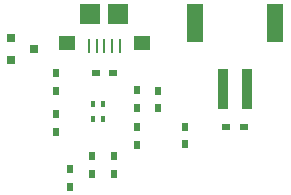
<source format=gtp>
%TF.GenerationSoftware,KiCad,Pcbnew,4.0.5-e0-6337~49~ubuntu16.04.1*%
%TF.CreationDate,2017-08-14T13:55:07-07:00*%
%TF.ProjectId,stns01-battery-mgmt-breakout,73746E7330312D626174746572792D6D,1.0*%
%TF.FileFunction,Paste,Top*%
%FSLAX46Y46*%
G04 Gerber Fmt 4.6, Leading zero omitted, Abs format (unit mm)*
G04 Created by KiCad (PCBNEW 4.0.5-e0-6337~49~ubuntu16.04.1) date Mon Aug 14 13:55:07 2017*
%MOMM*%
%LPD*%
G01*
G04 APERTURE LIST*
%ADD10C,0.350000*%
%ADD11R,0.247600X1.197600*%
%ADD12R,1.447600X1.247600*%
%ADD13R,1.747600X1.747600*%
%ADD14R,0.647600X0.597600*%
%ADD15R,0.597600X0.647600*%
%ADD16R,0.847600X3.347600*%
%ADD17R,1.447600X3.247600*%
%ADD18R,0.547600X0.097600*%
%ADD19R,0.345600X0.561600*%
%ADD20R,0.647700X0.647700*%
G04 APERTURE END LIST*
D10*
D11*
X42504300Y-24592900D03*
X41854300Y-24592900D03*
X41205200Y-24592900D03*
X40554300Y-24592900D03*
X39904300Y-24592900D03*
D12*
X44404300Y-24367900D03*
D13*
X42404300Y-21917900D03*
X40004300Y-21917900D03*
D12*
X38004300Y-24367900D03*
D14*
X41974200Y-26847800D03*
X40474200Y-26847800D03*
X53036600Y-31470600D03*
X51536600Y-31470600D03*
D15*
X37152580Y-30342140D03*
X37152580Y-31842140D03*
X37152580Y-28361640D03*
X37152580Y-26861640D03*
D16*
X53295300Y-28219400D03*
X51295300Y-28219400D03*
D17*
X55695300Y-22669400D03*
X48895300Y-22669400D03*
D15*
X38328600Y-34987800D03*
X38328600Y-36487800D03*
X48000920Y-31422340D03*
X48000920Y-32922340D03*
X43995340Y-31457900D03*
X43995340Y-32957900D03*
X42057320Y-33930460D03*
X42057320Y-35430460D03*
X40182800Y-35446400D03*
X40182800Y-33946400D03*
X43995340Y-29850080D03*
X43995340Y-28350080D03*
X45760640Y-28374340D03*
X45760640Y-29874340D03*
D18*
X39254604Y-29013341D03*
X39254604Y-29463341D03*
X39254604Y-29913341D03*
X39254604Y-30363341D03*
X39254604Y-30813341D03*
X39254604Y-31263341D03*
X42054604Y-31263341D03*
X42054604Y-30813341D03*
X42054604Y-30363341D03*
X42054604Y-29913341D03*
X42054604Y-29463341D03*
X42054604Y-29013341D03*
D19*
X41069604Y-30733341D03*
X41069604Y-29543341D03*
X40239604Y-30733341D03*
X40239604Y-29543341D03*
D20*
X33284160Y-23891200D03*
X33284160Y-25791200D03*
X35283140Y-24841200D03*
M02*

</source>
